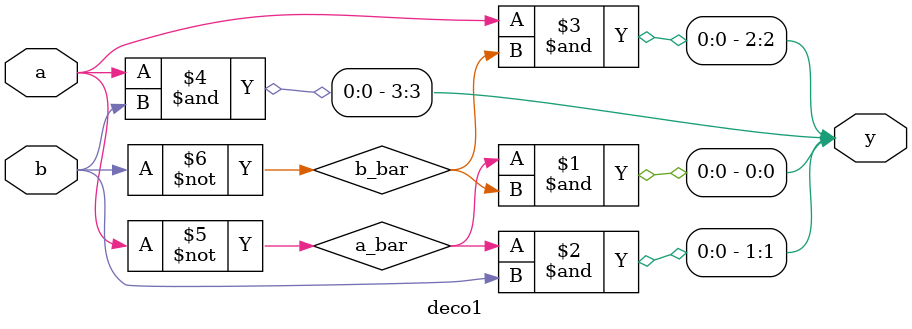
<source format=v>
module deco1(y, a,b);
output [3:0] y;
input a,b;

not(a_bar,a),(b_bar,b);
and(y[0],a_bar,b_bar),(y[1],a_bar,b),(y[2],a,b_bar),(y[3],a,b);

endmodule
</source>
